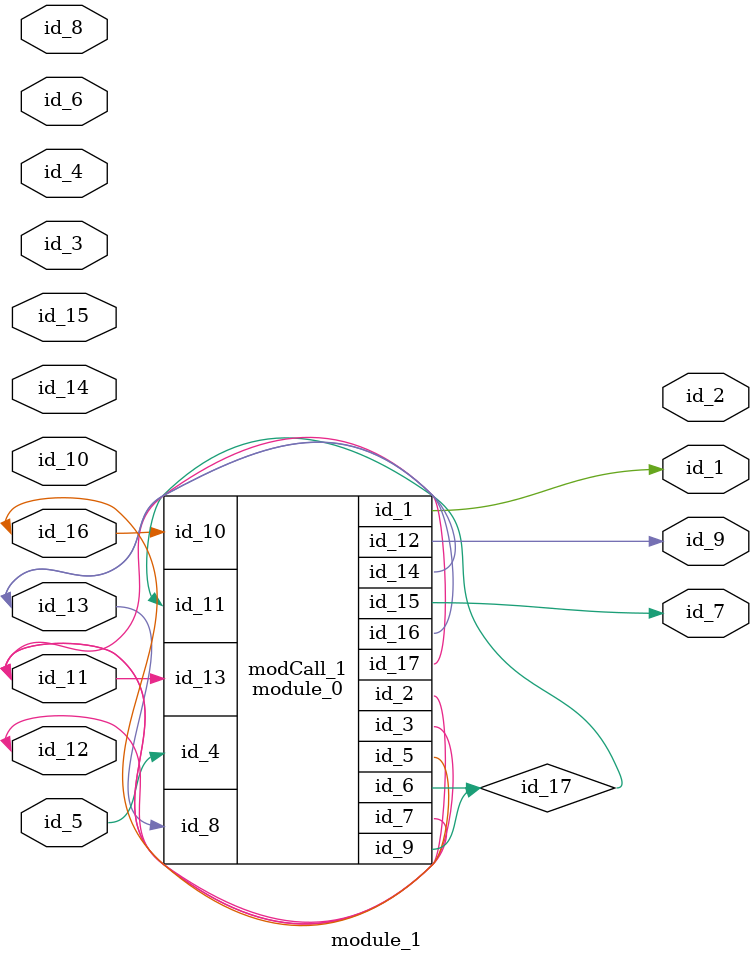
<source format=v>
module module_0 (
    id_1,
    id_2,
    id_3,
    id_4,
    id_5,
    id_6,
    id_7,
    id_8,
    id_9,
    id_10,
    id_11,
    id_12,
    id_13,
    id_14,
    id_15,
    id_16,
    id_17
);
  inout wire id_17;
  inout wire id_16;
  output wire id_15;
  inout wire id_14;
  input wire id_13;
  output wire id_12;
  input wire id_11;
  input wire id_10;
  output wire id_9;
  input wire id_8;
  inout wire id_7;
  inout wire id_6;
  output wire id_5;
  input wire id_4;
  inout wire id_3;
  inout wire id_2;
  output wire id_1;
  wire id_18;
  assign id_17 = -1;
endmodule
module module_1 (
    id_1,
    id_2,
    id_3,
    id_4,
    id_5,
    id_6,
    id_7,
    id_8,
    id_9,
    id_10,
    id_11,
    id_12,
    id_13,
    id_14,
    id_15,
    id_16
);
  inout wire id_16;
  input wire id_15;
  input wire id_14;
  inout wire id_13;
  inout wire id_12;
  inout wire id_11;
  input wire id_10;
  output wire id_9;
  input wire id_8;
  output wire id_7;
  input wire id_6;
  input wire id_5;
  input wire id_4;
  input wire id_3;
  output wire id_2;
  output wire id_1;
  wire id_17;
  module_0 modCall_1 (
      id_1,
      id_12,
      id_11,
      id_5,
      id_16,
      id_17,
      id_11,
      id_13,
      id_17,
      id_16,
      id_17,
      id_9,
      id_11,
      id_13,
      id_7,
      id_13,
      id_11
  );
endmodule

</source>
